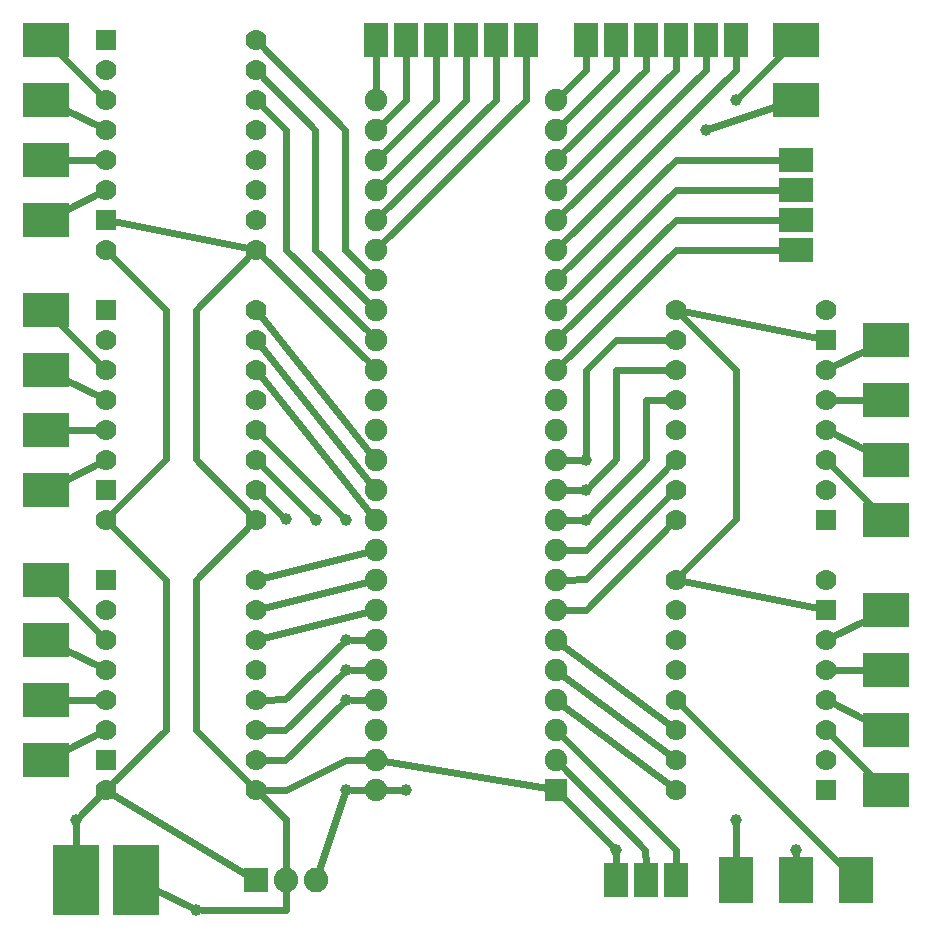
<source format=gtl>
G04 MADE WITH FRITZING*
G04 WWW.FRITZING.ORG*
G04 DOUBLE SIDED*
G04 HOLES PLATED*
G04 CONTOUR ON CENTER OF CONTOUR VECTOR*
%ASAXBY*%
%FSLAX23Y23*%
%MOIN*%
%OFA0B0*%
%SFA1.0B1.0*%
%ADD10C,0.075000*%
%ADD11C,0.039370*%
%ADD12C,0.082000*%
%ADD13C,0.070000*%
%ADD14R,0.075000X0.075000*%
%ADD15R,0.082000X0.082000*%
%ADD16R,0.070000X0.070000*%
%ADD17R,0.157480X0.118110*%
%ADD18R,0.118110X0.157480*%
%ADD19R,0.157480X0.236220*%
%ADD20R,0.078740X0.118110*%
%ADD21R,0.118110X0.078740*%
%ADD22C,0.024000*%
%LNCOPPER1*%
G90*
G70*
G54D10*
X1825Y563D03*
X1225Y563D03*
X1825Y663D03*
X1225Y663D03*
X1825Y763D03*
X1225Y763D03*
X1825Y863D03*
X1225Y863D03*
X1825Y963D03*
X1225Y963D03*
X1825Y1063D03*
X1225Y1063D03*
X1825Y1163D03*
X1225Y1163D03*
X1825Y1263D03*
X1225Y1263D03*
X1825Y1363D03*
X1225Y1363D03*
X1825Y1463D03*
X1225Y1463D03*
X1825Y1563D03*
X1225Y1563D03*
X1825Y1663D03*
X1225Y1663D03*
X1825Y1763D03*
X1225Y1763D03*
X1825Y1863D03*
X1225Y1863D03*
X1825Y1963D03*
X1225Y1963D03*
X1825Y2063D03*
X1225Y2063D03*
X1825Y2163D03*
X1225Y2163D03*
X1825Y2263D03*
X1225Y2263D03*
X1825Y2363D03*
X1225Y2363D03*
X1825Y2463D03*
X1225Y2463D03*
X1825Y2563D03*
X1225Y2563D03*
X1825Y2663D03*
X1225Y2663D03*
X1825Y2763D03*
X1225Y2763D03*
X1825Y2863D03*
X1225Y2863D03*
G54D11*
X625Y163D03*
X2325Y2763D03*
X2425Y2863D03*
X2625Y363D03*
X2425Y463D03*
X1925Y1663D03*
X1925Y1563D03*
X1925Y1463D03*
X1125Y863D03*
X1125Y963D03*
X1125Y1063D03*
X1125Y563D03*
X1325Y563D03*
X225Y463D03*
X2025Y363D03*
X924Y1464D03*
X1025Y1463D03*
X1125Y1463D03*
G54D12*
X825Y263D03*
X925Y263D03*
X1025Y263D03*
G54D13*
X2225Y1263D03*
X2725Y1263D03*
X2225Y1163D03*
X2725Y1163D03*
X2225Y1063D03*
X2725Y1063D03*
X2225Y963D03*
X2725Y963D03*
X2225Y863D03*
X2725Y863D03*
X2225Y763D03*
X2725Y763D03*
X2225Y663D03*
X2725Y663D03*
X2225Y563D03*
X2725Y563D03*
X825Y2363D03*
X325Y2363D03*
X825Y2463D03*
X325Y2463D03*
X825Y2563D03*
X325Y2563D03*
X825Y2663D03*
X325Y2663D03*
X825Y2763D03*
X325Y2763D03*
X825Y2863D03*
X325Y2863D03*
X825Y2963D03*
X325Y2963D03*
X825Y3063D03*
X325Y3063D03*
X825Y1463D03*
X325Y1463D03*
X825Y1563D03*
X325Y1563D03*
X825Y1663D03*
X325Y1663D03*
X825Y1763D03*
X325Y1763D03*
X825Y1863D03*
X325Y1863D03*
X825Y1963D03*
X325Y1963D03*
X825Y2063D03*
X325Y2063D03*
X825Y2163D03*
X325Y2163D03*
X825Y563D03*
X325Y563D03*
X825Y663D03*
X325Y663D03*
X825Y763D03*
X325Y763D03*
X825Y863D03*
X325Y863D03*
X825Y963D03*
X325Y963D03*
X825Y1063D03*
X325Y1063D03*
X825Y1163D03*
X325Y1163D03*
X825Y1263D03*
X325Y1263D03*
X2225Y2163D03*
X2725Y2163D03*
X2225Y2063D03*
X2725Y2063D03*
X2225Y1963D03*
X2725Y1963D03*
X2225Y1863D03*
X2725Y1863D03*
X2225Y1763D03*
X2725Y1763D03*
X2225Y1663D03*
X2725Y1663D03*
X2225Y1563D03*
X2725Y1563D03*
X2225Y1463D03*
X2725Y1463D03*
G54D14*
X1825Y563D03*
G54D15*
X825Y263D03*
G54D16*
X2725Y563D03*
X2725Y1163D03*
X325Y3063D03*
X325Y2463D03*
X325Y2163D03*
X325Y1563D03*
X325Y1263D03*
X325Y663D03*
X2725Y1463D03*
X2725Y2063D03*
G54D17*
X2925Y1463D03*
X2925Y1663D03*
X2925Y1863D03*
G54D18*
X2425Y263D03*
X2625Y263D03*
X2825Y263D03*
G54D17*
X2625Y2863D03*
X2625Y3063D03*
X2925Y2063D03*
X2925Y563D03*
X2925Y763D03*
X2925Y963D03*
X2925Y1163D03*
X125Y3063D03*
X125Y2863D03*
X125Y2663D03*
X125Y2463D03*
X125Y2163D03*
X125Y1963D03*
X125Y1763D03*
X125Y1563D03*
X125Y1263D03*
X125Y1063D03*
X125Y863D03*
X125Y663D03*
G54D19*
X225Y263D03*
X425Y263D03*
G54D20*
X2225Y3063D03*
X2125Y3063D03*
X2025Y3063D03*
X1225Y3063D03*
X1325Y3063D03*
X1425Y3063D03*
X1525Y3063D03*
X1625Y3063D03*
X1725Y3063D03*
X2025Y263D03*
X2125Y263D03*
X2225Y263D03*
X1925Y3063D03*
X2325Y3063D03*
X2425Y3063D03*
G54D21*
X2625Y2363D03*
X2625Y2463D03*
X2625Y2563D03*
X2625Y2663D03*
G54D22*
X1144Y963D02*
X1196Y963D01*
D02*
X1144Y863D02*
X1196Y863D01*
D02*
X1124Y662D02*
X926Y563D01*
D02*
X926Y563D02*
X851Y563D01*
D02*
X1196Y663D02*
X1124Y662D01*
D02*
X1306Y563D02*
X1253Y563D01*
D02*
X1144Y563D02*
X1196Y563D01*
D02*
X2204Y579D02*
X1847Y846D01*
D02*
X1119Y545D02*
X1035Y294D01*
D02*
X841Y2143D02*
X1207Y1686D01*
D02*
X1207Y1586D02*
X841Y2043D01*
D02*
X841Y1943D02*
X1207Y1486D01*
D02*
X1197Y1356D02*
X850Y1270D01*
D02*
X850Y1170D02*
X1197Y1256D01*
D02*
X1197Y1156D02*
X850Y1070D01*
D02*
X1144Y1063D02*
X1196Y1063D01*
D02*
X1123Y2362D02*
X1123Y2763D01*
D02*
X926Y2362D02*
X926Y2763D01*
D02*
X926Y2763D02*
X843Y2845D01*
D02*
X1123Y2763D02*
X843Y3045D01*
D02*
X1204Y2084D02*
X926Y2362D01*
D02*
X1204Y2283D02*
X1123Y2362D01*
D02*
X1906Y1663D02*
X1853Y1663D01*
D02*
X1906Y1563D02*
X1853Y1563D01*
D02*
X1906Y1463D02*
X1853Y1463D01*
D02*
X1925Y1363D02*
X1853Y1363D01*
D02*
X1925Y1264D02*
X1853Y1263D01*
D02*
X1925Y1162D02*
X1853Y1163D01*
D02*
X2206Y1645D02*
X1925Y1363D01*
D02*
X2206Y1545D02*
X1925Y1264D01*
D02*
X2206Y1445D02*
X1925Y1162D01*
D02*
X2204Y779D02*
X1847Y1046D01*
D02*
X2204Y679D02*
X1847Y946D01*
D02*
X2424Y2962D02*
X1845Y2384D01*
D02*
X2424Y3010D02*
X2424Y2962D01*
D02*
X2224Y2663D02*
X1845Y2284D01*
D02*
X2571Y2663D02*
X2224Y2663D01*
D02*
X2224Y2563D02*
X1845Y2184D01*
D02*
X2571Y2563D02*
X2224Y2563D01*
D02*
X2224Y2463D02*
X1845Y2084D01*
D02*
X2571Y2463D02*
X2224Y2463D01*
D02*
X2224Y2363D02*
X1845Y1984D01*
D02*
X2571Y2363D02*
X2224Y2363D01*
D02*
X1796Y568D02*
X1253Y659D01*
D02*
X2224Y363D02*
X2224Y317D01*
D02*
X1845Y743D02*
X2224Y363D01*
D02*
X2123Y363D02*
X1845Y643D01*
D02*
X2124Y317D02*
X2123Y363D01*
D02*
X2011Y377D02*
X1845Y543D01*
D02*
X1023Y2362D02*
X1023Y2763D01*
D02*
X1023Y2763D02*
X843Y2945D01*
D02*
X1204Y2183D02*
X1023Y2362D01*
D02*
X1625Y2863D02*
X1245Y2484D01*
D02*
X1625Y3010D02*
X1625Y2863D01*
D02*
X1525Y2863D02*
X1245Y2583D01*
D02*
X1525Y3010D02*
X1525Y2863D01*
D02*
X1425Y2863D02*
X1245Y2683D01*
D02*
X1425Y3010D02*
X1425Y2863D01*
D02*
X1325Y2863D02*
X1245Y2783D01*
D02*
X1325Y3010D02*
X1325Y2863D01*
D02*
X1225Y3010D02*
X1225Y2892D01*
D02*
X1925Y2962D02*
X1845Y2883D01*
D02*
X1925Y3010D02*
X1925Y2962D01*
D02*
X2025Y2962D02*
X1845Y2783D01*
D02*
X2025Y3010D02*
X2025Y2962D01*
D02*
X2125Y2962D02*
X1845Y2684D01*
D02*
X2125Y3010D02*
X2125Y2962D01*
D02*
X2224Y2962D02*
X1845Y2584D01*
D02*
X2225Y3010D02*
X2224Y2962D01*
D02*
X2324Y2962D02*
X1845Y2484D01*
D02*
X2324Y3010D02*
X2324Y2962D01*
D02*
X1725Y2863D02*
X1245Y2384D01*
D02*
X1725Y3010D02*
X1725Y2863D01*
D02*
X843Y2345D02*
X1204Y1984D01*
D02*
X2571Y3010D02*
X2438Y2877D01*
D02*
X2551Y2839D02*
X2343Y2769D01*
D02*
X2243Y845D02*
X2771Y317D01*
D02*
X2625Y344D02*
X2625Y336D01*
D02*
X2699Y2068D02*
X2250Y2158D01*
D02*
X2699Y1168D02*
X2250Y1258D01*
D02*
X2425Y444D02*
X2425Y336D01*
D02*
X225Y444D02*
X225Y376D01*
D02*
X306Y545D02*
X238Y477D01*
D02*
X525Y763D02*
X343Y582D01*
D02*
X624Y763D02*
X806Y582D01*
D02*
X624Y1263D02*
X624Y763D01*
D02*
X806Y1445D02*
X624Y1263D01*
D02*
X525Y2163D02*
X525Y1664D01*
D02*
X343Y2345D02*
X525Y2163D01*
D02*
X525Y1664D02*
X343Y1482D01*
D02*
X525Y1263D02*
X525Y763D01*
D02*
X343Y1445D02*
X525Y1263D01*
D02*
X347Y550D02*
X797Y280D01*
D02*
X608Y172D02*
X498Y227D01*
D02*
X924Y163D02*
X644Y163D01*
D02*
X924Y231D02*
X924Y163D01*
D02*
X624Y2163D02*
X624Y1664D01*
D02*
X624Y1664D02*
X806Y1482D01*
D02*
X806Y2345D02*
X624Y2163D01*
D02*
X924Y464D02*
X924Y295D01*
D02*
X843Y545D02*
X924Y464D01*
D02*
X2424Y1963D02*
X2243Y2145D01*
D02*
X2424Y1464D02*
X2424Y1963D01*
D02*
X2243Y1282D02*
X2424Y1464D01*
D02*
X843Y1645D02*
X1011Y1477D01*
D02*
X843Y1745D02*
X1111Y1477D01*
D02*
X799Y2368D02*
X350Y2458D01*
D02*
X843Y1545D02*
X911Y1477D01*
D02*
X923Y763D02*
X851Y763D01*
D02*
X923Y662D02*
X851Y663D01*
D02*
X1111Y850D02*
X923Y662D01*
D02*
X1111Y1050D02*
X923Y864D01*
D02*
X1111Y950D02*
X923Y763D01*
D02*
X923Y864D02*
X851Y863D01*
D02*
X2025Y317D02*
X2025Y344D01*
D02*
X301Y975D02*
X198Y1027D01*
D02*
X298Y863D02*
X198Y863D01*
D02*
X301Y752D02*
X198Y700D01*
D02*
X306Y1082D02*
X178Y1210D01*
D02*
X306Y2882D02*
X178Y3010D01*
D02*
X301Y2775D02*
X198Y2827D01*
D02*
X298Y2663D02*
X198Y2663D01*
D02*
X301Y2552D02*
X198Y2500D01*
D02*
X306Y1982D02*
X178Y2110D01*
D02*
X301Y1875D02*
X198Y1927D01*
D02*
X298Y1763D02*
X198Y1763D01*
D02*
X301Y1652D02*
X198Y1600D01*
D02*
X2751Y963D02*
X2851Y963D01*
D02*
X2748Y1075D02*
X2851Y1127D01*
D02*
X2748Y1975D02*
X2851Y2027D01*
D02*
X2751Y1863D02*
X2851Y1863D01*
D02*
X2748Y1752D02*
X2851Y1700D01*
D02*
X2743Y1645D02*
X2871Y1517D01*
D02*
X2743Y745D02*
X2871Y617D01*
D02*
X2748Y852D02*
X2851Y800D01*
D02*
X2024Y1664D02*
X1938Y1577D01*
D02*
X2024Y1963D02*
X2024Y1664D01*
D02*
X2198Y1963D02*
X2024Y1963D01*
D02*
X1925Y1963D02*
X2024Y2062D01*
D02*
X2024Y2062D02*
X2198Y2063D01*
D02*
X1925Y1682D02*
X1925Y1963D01*
D02*
X2124Y1863D02*
X2124Y1664D01*
D02*
X2124Y1664D02*
X1938Y1477D01*
D02*
X2198Y1863D02*
X2124Y1863D01*
G04 End of Copper1*
M02*
</source>
